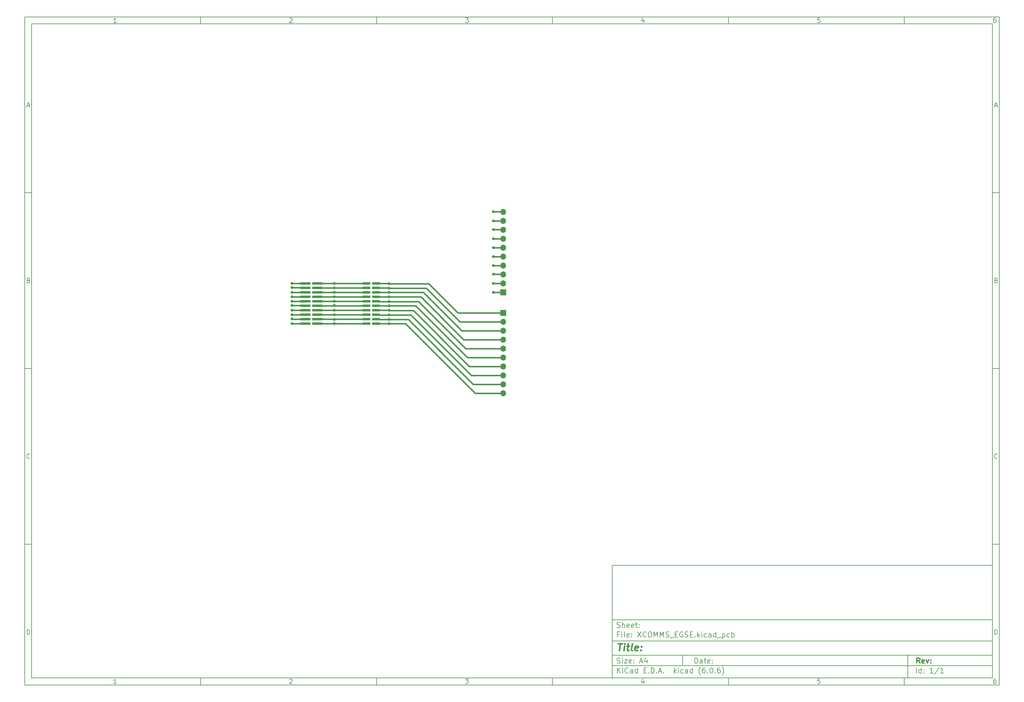
<source format=gbr>
%TF.GenerationSoftware,KiCad,Pcbnew,(6.0.6)*%
%TF.CreationDate,2022-07-08T12:35:32+02:00*%
%TF.ProjectId,XCOMMS_EGSE,58434f4d-4d53-45f4-9547-53452e6b6963,rev?*%
%TF.SameCoordinates,Original*%
%TF.FileFunction,Copper,L1,Top*%
%TF.FilePolarity,Positive*%
%FSLAX46Y46*%
G04 Gerber Fmt 4.6, Leading zero omitted, Abs format (unit mm)*
G04 Created by KiCad (PCBNEW (6.0.6)) date 2022-07-08 12:35:32*
%MOMM*%
%LPD*%
G01*
G04 APERTURE LIST*
%ADD10C,0.100000*%
%ADD11C,0.150000*%
%ADD12C,0.300000*%
%ADD13C,0.400000*%
%TA.AperFunction,ComponentPad*%
%ADD14R,1.700000X1.700000*%
%TD*%
%TA.AperFunction,ComponentPad*%
%ADD15O,1.700000X1.700000*%
%TD*%
%TA.AperFunction,SMDPad,CuDef*%
%ADD16R,2.920000X0.650000*%
%TD*%
%TA.AperFunction,SMDPad,CuDef*%
%ADD17R,2.220000X0.740000*%
%TD*%
%TA.AperFunction,ViaPad*%
%ADD18C,0.800000*%
%TD*%
%TA.AperFunction,Conductor*%
%ADD19C,0.400000*%
%TD*%
G04 APERTURE END LIST*
D10*
D11*
X177002200Y-166007200D02*
X177002200Y-198007200D01*
X285002200Y-198007200D01*
X285002200Y-166007200D01*
X177002200Y-166007200D01*
D10*
D11*
X10000000Y-10000000D02*
X10000000Y-200007200D01*
X287002200Y-200007200D01*
X287002200Y-10000000D01*
X10000000Y-10000000D01*
D10*
D11*
X12000000Y-12000000D02*
X12000000Y-198007200D01*
X285002200Y-198007200D01*
X285002200Y-12000000D01*
X12000000Y-12000000D01*
D10*
D11*
X60000000Y-12000000D02*
X60000000Y-10000000D01*
D10*
D11*
X110000000Y-12000000D02*
X110000000Y-10000000D01*
D10*
D11*
X160000000Y-12000000D02*
X160000000Y-10000000D01*
D10*
D11*
X210000000Y-12000000D02*
X210000000Y-10000000D01*
D10*
D11*
X260000000Y-12000000D02*
X260000000Y-10000000D01*
D10*
D11*
X36065476Y-11588095D02*
X35322619Y-11588095D01*
X35694047Y-11588095D02*
X35694047Y-10288095D01*
X35570238Y-10473809D01*
X35446428Y-10597619D01*
X35322619Y-10659523D01*
D10*
D11*
X85322619Y-10411904D02*
X85384523Y-10350000D01*
X85508333Y-10288095D01*
X85817857Y-10288095D01*
X85941666Y-10350000D01*
X86003571Y-10411904D01*
X86065476Y-10535714D01*
X86065476Y-10659523D01*
X86003571Y-10845238D01*
X85260714Y-11588095D01*
X86065476Y-11588095D01*
D10*
D11*
X135260714Y-10288095D02*
X136065476Y-10288095D01*
X135632142Y-10783333D01*
X135817857Y-10783333D01*
X135941666Y-10845238D01*
X136003571Y-10907142D01*
X136065476Y-11030952D01*
X136065476Y-11340476D01*
X136003571Y-11464285D01*
X135941666Y-11526190D01*
X135817857Y-11588095D01*
X135446428Y-11588095D01*
X135322619Y-11526190D01*
X135260714Y-11464285D01*
D10*
D11*
X185941666Y-10721428D02*
X185941666Y-11588095D01*
X185632142Y-10226190D02*
X185322619Y-11154761D01*
X186127380Y-11154761D01*
D10*
D11*
X236003571Y-10288095D02*
X235384523Y-10288095D01*
X235322619Y-10907142D01*
X235384523Y-10845238D01*
X235508333Y-10783333D01*
X235817857Y-10783333D01*
X235941666Y-10845238D01*
X236003571Y-10907142D01*
X236065476Y-11030952D01*
X236065476Y-11340476D01*
X236003571Y-11464285D01*
X235941666Y-11526190D01*
X235817857Y-11588095D01*
X235508333Y-11588095D01*
X235384523Y-11526190D01*
X235322619Y-11464285D01*
D10*
D11*
X285941666Y-10288095D02*
X285694047Y-10288095D01*
X285570238Y-10350000D01*
X285508333Y-10411904D01*
X285384523Y-10597619D01*
X285322619Y-10845238D01*
X285322619Y-11340476D01*
X285384523Y-11464285D01*
X285446428Y-11526190D01*
X285570238Y-11588095D01*
X285817857Y-11588095D01*
X285941666Y-11526190D01*
X286003571Y-11464285D01*
X286065476Y-11340476D01*
X286065476Y-11030952D01*
X286003571Y-10907142D01*
X285941666Y-10845238D01*
X285817857Y-10783333D01*
X285570238Y-10783333D01*
X285446428Y-10845238D01*
X285384523Y-10907142D01*
X285322619Y-11030952D01*
D10*
D11*
X60000000Y-198007200D02*
X60000000Y-200007200D01*
D10*
D11*
X110000000Y-198007200D02*
X110000000Y-200007200D01*
D10*
D11*
X160000000Y-198007200D02*
X160000000Y-200007200D01*
D10*
D11*
X210000000Y-198007200D02*
X210000000Y-200007200D01*
D10*
D11*
X260000000Y-198007200D02*
X260000000Y-200007200D01*
D10*
D11*
X36065476Y-199595295D02*
X35322619Y-199595295D01*
X35694047Y-199595295D02*
X35694047Y-198295295D01*
X35570238Y-198481009D01*
X35446428Y-198604819D01*
X35322619Y-198666723D01*
D10*
D11*
X85322619Y-198419104D02*
X85384523Y-198357200D01*
X85508333Y-198295295D01*
X85817857Y-198295295D01*
X85941666Y-198357200D01*
X86003571Y-198419104D01*
X86065476Y-198542914D01*
X86065476Y-198666723D01*
X86003571Y-198852438D01*
X85260714Y-199595295D01*
X86065476Y-199595295D01*
D10*
D11*
X135260714Y-198295295D02*
X136065476Y-198295295D01*
X135632142Y-198790533D01*
X135817857Y-198790533D01*
X135941666Y-198852438D01*
X136003571Y-198914342D01*
X136065476Y-199038152D01*
X136065476Y-199347676D01*
X136003571Y-199471485D01*
X135941666Y-199533390D01*
X135817857Y-199595295D01*
X135446428Y-199595295D01*
X135322619Y-199533390D01*
X135260714Y-199471485D01*
D10*
D11*
X185941666Y-198728628D02*
X185941666Y-199595295D01*
X185632142Y-198233390D02*
X185322619Y-199161961D01*
X186127380Y-199161961D01*
D10*
D11*
X236003571Y-198295295D02*
X235384523Y-198295295D01*
X235322619Y-198914342D01*
X235384523Y-198852438D01*
X235508333Y-198790533D01*
X235817857Y-198790533D01*
X235941666Y-198852438D01*
X236003571Y-198914342D01*
X236065476Y-199038152D01*
X236065476Y-199347676D01*
X236003571Y-199471485D01*
X235941666Y-199533390D01*
X235817857Y-199595295D01*
X235508333Y-199595295D01*
X235384523Y-199533390D01*
X235322619Y-199471485D01*
D10*
D11*
X285941666Y-198295295D02*
X285694047Y-198295295D01*
X285570238Y-198357200D01*
X285508333Y-198419104D01*
X285384523Y-198604819D01*
X285322619Y-198852438D01*
X285322619Y-199347676D01*
X285384523Y-199471485D01*
X285446428Y-199533390D01*
X285570238Y-199595295D01*
X285817857Y-199595295D01*
X285941666Y-199533390D01*
X286003571Y-199471485D01*
X286065476Y-199347676D01*
X286065476Y-199038152D01*
X286003571Y-198914342D01*
X285941666Y-198852438D01*
X285817857Y-198790533D01*
X285570238Y-198790533D01*
X285446428Y-198852438D01*
X285384523Y-198914342D01*
X285322619Y-199038152D01*
D10*
D11*
X10000000Y-60000000D02*
X12000000Y-60000000D01*
D10*
D11*
X10000000Y-110000000D02*
X12000000Y-110000000D01*
D10*
D11*
X10000000Y-160000000D02*
X12000000Y-160000000D01*
D10*
D11*
X10690476Y-35216666D02*
X11309523Y-35216666D01*
X10566666Y-35588095D02*
X11000000Y-34288095D01*
X11433333Y-35588095D01*
D10*
D11*
X11092857Y-84907142D02*
X11278571Y-84969047D01*
X11340476Y-85030952D01*
X11402380Y-85154761D01*
X11402380Y-85340476D01*
X11340476Y-85464285D01*
X11278571Y-85526190D01*
X11154761Y-85588095D01*
X10659523Y-85588095D01*
X10659523Y-84288095D01*
X11092857Y-84288095D01*
X11216666Y-84350000D01*
X11278571Y-84411904D01*
X11340476Y-84535714D01*
X11340476Y-84659523D01*
X11278571Y-84783333D01*
X11216666Y-84845238D01*
X11092857Y-84907142D01*
X10659523Y-84907142D01*
D10*
D11*
X11402380Y-135464285D02*
X11340476Y-135526190D01*
X11154761Y-135588095D01*
X11030952Y-135588095D01*
X10845238Y-135526190D01*
X10721428Y-135402380D01*
X10659523Y-135278571D01*
X10597619Y-135030952D01*
X10597619Y-134845238D01*
X10659523Y-134597619D01*
X10721428Y-134473809D01*
X10845238Y-134350000D01*
X11030952Y-134288095D01*
X11154761Y-134288095D01*
X11340476Y-134350000D01*
X11402380Y-134411904D01*
D10*
D11*
X10659523Y-185588095D02*
X10659523Y-184288095D01*
X10969047Y-184288095D01*
X11154761Y-184350000D01*
X11278571Y-184473809D01*
X11340476Y-184597619D01*
X11402380Y-184845238D01*
X11402380Y-185030952D01*
X11340476Y-185278571D01*
X11278571Y-185402380D01*
X11154761Y-185526190D01*
X10969047Y-185588095D01*
X10659523Y-185588095D01*
D10*
D11*
X287002200Y-60000000D02*
X285002200Y-60000000D01*
D10*
D11*
X287002200Y-110000000D02*
X285002200Y-110000000D01*
D10*
D11*
X287002200Y-160000000D02*
X285002200Y-160000000D01*
D10*
D11*
X285692676Y-35216666D02*
X286311723Y-35216666D01*
X285568866Y-35588095D02*
X286002200Y-34288095D01*
X286435533Y-35588095D01*
D10*
D11*
X286095057Y-84907142D02*
X286280771Y-84969047D01*
X286342676Y-85030952D01*
X286404580Y-85154761D01*
X286404580Y-85340476D01*
X286342676Y-85464285D01*
X286280771Y-85526190D01*
X286156961Y-85588095D01*
X285661723Y-85588095D01*
X285661723Y-84288095D01*
X286095057Y-84288095D01*
X286218866Y-84350000D01*
X286280771Y-84411904D01*
X286342676Y-84535714D01*
X286342676Y-84659523D01*
X286280771Y-84783333D01*
X286218866Y-84845238D01*
X286095057Y-84907142D01*
X285661723Y-84907142D01*
D10*
D11*
X286404580Y-135464285D02*
X286342676Y-135526190D01*
X286156961Y-135588095D01*
X286033152Y-135588095D01*
X285847438Y-135526190D01*
X285723628Y-135402380D01*
X285661723Y-135278571D01*
X285599819Y-135030952D01*
X285599819Y-134845238D01*
X285661723Y-134597619D01*
X285723628Y-134473809D01*
X285847438Y-134350000D01*
X286033152Y-134288095D01*
X286156961Y-134288095D01*
X286342676Y-134350000D01*
X286404580Y-134411904D01*
D10*
D11*
X285661723Y-185588095D02*
X285661723Y-184288095D01*
X285971247Y-184288095D01*
X286156961Y-184350000D01*
X286280771Y-184473809D01*
X286342676Y-184597619D01*
X286404580Y-184845238D01*
X286404580Y-185030952D01*
X286342676Y-185278571D01*
X286280771Y-185402380D01*
X286156961Y-185526190D01*
X285971247Y-185588095D01*
X285661723Y-185588095D01*
D10*
D11*
X200434342Y-193785771D02*
X200434342Y-192285771D01*
X200791485Y-192285771D01*
X201005771Y-192357200D01*
X201148628Y-192500057D01*
X201220057Y-192642914D01*
X201291485Y-192928628D01*
X201291485Y-193142914D01*
X201220057Y-193428628D01*
X201148628Y-193571485D01*
X201005771Y-193714342D01*
X200791485Y-193785771D01*
X200434342Y-193785771D01*
X202577200Y-193785771D02*
X202577200Y-193000057D01*
X202505771Y-192857200D01*
X202362914Y-192785771D01*
X202077200Y-192785771D01*
X201934342Y-192857200D01*
X202577200Y-193714342D02*
X202434342Y-193785771D01*
X202077200Y-193785771D01*
X201934342Y-193714342D01*
X201862914Y-193571485D01*
X201862914Y-193428628D01*
X201934342Y-193285771D01*
X202077200Y-193214342D01*
X202434342Y-193214342D01*
X202577200Y-193142914D01*
X203077200Y-192785771D02*
X203648628Y-192785771D01*
X203291485Y-192285771D02*
X203291485Y-193571485D01*
X203362914Y-193714342D01*
X203505771Y-193785771D01*
X203648628Y-193785771D01*
X204720057Y-193714342D02*
X204577200Y-193785771D01*
X204291485Y-193785771D01*
X204148628Y-193714342D01*
X204077200Y-193571485D01*
X204077200Y-193000057D01*
X204148628Y-192857200D01*
X204291485Y-192785771D01*
X204577200Y-192785771D01*
X204720057Y-192857200D01*
X204791485Y-193000057D01*
X204791485Y-193142914D01*
X204077200Y-193285771D01*
X205434342Y-193642914D02*
X205505771Y-193714342D01*
X205434342Y-193785771D01*
X205362914Y-193714342D01*
X205434342Y-193642914D01*
X205434342Y-193785771D01*
X205434342Y-192857200D02*
X205505771Y-192928628D01*
X205434342Y-193000057D01*
X205362914Y-192928628D01*
X205434342Y-192857200D01*
X205434342Y-193000057D01*
D10*
D11*
X177002200Y-194507200D02*
X285002200Y-194507200D01*
D10*
D11*
X178434342Y-196585771D02*
X178434342Y-195085771D01*
X179291485Y-196585771D02*
X178648628Y-195728628D01*
X179291485Y-195085771D02*
X178434342Y-195942914D01*
X179934342Y-196585771D02*
X179934342Y-195585771D01*
X179934342Y-195085771D02*
X179862914Y-195157200D01*
X179934342Y-195228628D01*
X180005771Y-195157200D01*
X179934342Y-195085771D01*
X179934342Y-195228628D01*
X181505771Y-196442914D02*
X181434342Y-196514342D01*
X181220057Y-196585771D01*
X181077200Y-196585771D01*
X180862914Y-196514342D01*
X180720057Y-196371485D01*
X180648628Y-196228628D01*
X180577200Y-195942914D01*
X180577200Y-195728628D01*
X180648628Y-195442914D01*
X180720057Y-195300057D01*
X180862914Y-195157200D01*
X181077200Y-195085771D01*
X181220057Y-195085771D01*
X181434342Y-195157200D01*
X181505771Y-195228628D01*
X182791485Y-196585771D02*
X182791485Y-195800057D01*
X182720057Y-195657200D01*
X182577200Y-195585771D01*
X182291485Y-195585771D01*
X182148628Y-195657200D01*
X182791485Y-196514342D02*
X182648628Y-196585771D01*
X182291485Y-196585771D01*
X182148628Y-196514342D01*
X182077200Y-196371485D01*
X182077200Y-196228628D01*
X182148628Y-196085771D01*
X182291485Y-196014342D01*
X182648628Y-196014342D01*
X182791485Y-195942914D01*
X184148628Y-196585771D02*
X184148628Y-195085771D01*
X184148628Y-196514342D02*
X184005771Y-196585771D01*
X183720057Y-196585771D01*
X183577200Y-196514342D01*
X183505771Y-196442914D01*
X183434342Y-196300057D01*
X183434342Y-195871485D01*
X183505771Y-195728628D01*
X183577200Y-195657200D01*
X183720057Y-195585771D01*
X184005771Y-195585771D01*
X184148628Y-195657200D01*
X186005771Y-195800057D02*
X186505771Y-195800057D01*
X186720057Y-196585771D02*
X186005771Y-196585771D01*
X186005771Y-195085771D01*
X186720057Y-195085771D01*
X187362914Y-196442914D02*
X187434342Y-196514342D01*
X187362914Y-196585771D01*
X187291485Y-196514342D01*
X187362914Y-196442914D01*
X187362914Y-196585771D01*
X188077200Y-196585771D02*
X188077200Y-195085771D01*
X188434342Y-195085771D01*
X188648628Y-195157200D01*
X188791485Y-195300057D01*
X188862914Y-195442914D01*
X188934342Y-195728628D01*
X188934342Y-195942914D01*
X188862914Y-196228628D01*
X188791485Y-196371485D01*
X188648628Y-196514342D01*
X188434342Y-196585771D01*
X188077200Y-196585771D01*
X189577200Y-196442914D02*
X189648628Y-196514342D01*
X189577200Y-196585771D01*
X189505771Y-196514342D01*
X189577200Y-196442914D01*
X189577200Y-196585771D01*
X190220057Y-196157200D02*
X190934342Y-196157200D01*
X190077200Y-196585771D02*
X190577200Y-195085771D01*
X191077200Y-196585771D01*
X191577200Y-196442914D02*
X191648628Y-196514342D01*
X191577200Y-196585771D01*
X191505771Y-196514342D01*
X191577200Y-196442914D01*
X191577200Y-196585771D01*
X194577200Y-196585771D02*
X194577200Y-195085771D01*
X194720057Y-196014342D02*
X195148628Y-196585771D01*
X195148628Y-195585771D02*
X194577200Y-196157200D01*
X195791485Y-196585771D02*
X195791485Y-195585771D01*
X195791485Y-195085771D02*
X195720057Y-195157200D01*
X195791485Y-195228628D01*
X195862914Y-195157200D01*
X195791485Y-195085771D01*
X195791485Y-195228628D01*
X197148628Y-196514342D02*
X197005771Y-196585771D01*
X196720057Y-196585771D01*
X196577200Y-196514342D01*
X196505771Y-196442914D01*
X196434342Y-196300057D01*
X196434342Y-195871485D01*
X196505771Y-195728628D01*
X196577200Y-195657200D01*
X196720057Y-195585771D01*
X197005771Y-195585771D01*
X197148628Y-195657200D01*
X198434342Y-196585771D02*
X198434342Y-195800057D01*
X198362914Y-195657200D01*
X198220057Y-195585771D01*
X197934342Y-195585771D01*
X197791485Y-195657200D01*
X198434342Y-196514342D02*
X198291485Y-196585771D01*
X197934342Y-196585771D01*
X197791485Y-196514342D01*
X197720057Y-196371485D01*
X197720057Y-196228628D01*
X197791485Y-196085771D01*
X197934342Y-196014342D01*
X198291485Y-196014342D01*
X198434342Y-195942914D01*
X199791485Y-196585771D02*
X199791485Y-195085771D01*
X199791485Y-196514342D02*
X199648628Y-196585771D01*
X199362914Y-196585771D01*
X199220057Y-196514342D01*
X199148628Y-196442914D01*
X199077200Y-196300057D01*
X199077200Y-195871485D01*
X199148628Y-195728628D01*
X199220057Y-195657200D01*
X199362914Y-195585771D01*
X199648628Y-195585771D01*
X199791485Y-195657200D01*
X202077200Y-197157200D02*
X202005771Y-197085771D01*
X201862914Y-196871485D01*
X201791485Y-196728628D01*
X201720057Y-196514342D01*
X201648628Y-196157200D01*
X201648628Y-195871485D01*
X201720057Y-195514342D01*
X201791485Y-195300057D01*
X201862914Y-195157200D01*
X202005771Y-194942914D01*
X202077200Y-194871485D01*
X203291485Y-195085771D02*
X203005771Y-195085771D01*
X202862914Y-195157200D01*
X202791485Y-195228628D01*
X202648628Y-195442914D01*
X202577200Y-195728628D01*
X202577200Y-196300057D01*
X202648628Y-196442914D01*
X202720057Y-196514342D01*
X202862914Y-196585771D01*
X203148628Y-196585771D01*
X203291485Y-196514342D01*
X203362914Y-196442914D01*
X203434342Y-196300057D01*
X203434342Y-195942914D01*
X203362914Y-195800057D01*
X203291485Y-195728628D01*
X203148628Y-195657200D01*
X202862914Y-195657200D01*
X202720057Y-195728628D01*
X202648628Y-195800057D01*
X202577200Y-195942914D01*
X204077200Y-196442914D02*
X204148628Y-196514342D01*
X204077200Y-196585771D01*
X204005771Y-196514342D01*
X204077200Y-196442914D01*
X204077200Y-196585771D01*
X205077200Y-195085771D02*
X205220057Y-195085771D01*
X205362914Y-195157200D01*
X205434342Y-195228628D01*
X205505771Y-195371485D01*
X205577200Y-195657200D01*
X205577200Y-196014342D01*
X205505771Y-196300057D01*
X205434342Y-196442914D01*
X205362914Y-196514342D01*
X205220057Y-196585771D01*
X205077200Y-196585771D01*
X204934342Y-196514342D01*
X204862914Y-196442914D01*
X204791485Y-196300057D01*
X204720057Y-196014342D01*
X204720057Y-195657200D01*
X204791485Y-195371485D01*
X204862914Y-195228628D01*
X204934342Y-195157200D01*
X205077200Y-195085771D01*
X206220057Y-196442914D02*
X206291485Y-196514342D01*
X206220057Y-196585771D01*
X206148628Y-196514342D01*
X206220057Y-196442914D01*
X206220057Y-196585771D01*
X207577200Y-195085771D02*
X207291485Y-195085771D01*
X207148628Y-195157200D01*
X207077200Y-195228628D01*
X206934342Y-195442914D01*
X206862914Y-195728628D01*
X206862914Y-196300057D01*
X206934342Y-196442914D01*
X207005771Y-196514342D01*
X207148628Y-196585771D01*
X207434342Y-196585771D01*
X207577200Y-196514342D01*
X207648628Y-196442914D01*
X207720057Y-196300057D01*
X207720057Y-195942914D01*
X207648628Y-195800057D01*
X207577200Y-195728628D01*
X207434342Y-195657200D01*
X207148628Y-195657200D01*
X207005771Y-195728628D01*
X206934342Y-195800057D01*
X206862914Y-195942914D01*
X208220057Y-197157200D02*
X208291485Y-197085771D01*
X208434342Y-196871485D01*
X208505771Y-196728628D01*
X208577200Y-196514342D01*
X208648628Y-196157200D01*
X208648628Y-195871485D01*
X208577200Y-195514342D01*
X208505771Y-195300057D01*
X208434342Y-195157200D01*
X208291485Y-194942914D01*
X208220057Y-194871485D01*
D10*
D11*
X177002200Y-191507200D02*
X285002200Y-191507200D01*
D10*
D12*
X264411485Y-193785771D02*
X263911485Y-193071485D01*
X263554342Y-193785771D02*
X263554342Y-192285771D01*
X264125771Y-192285771D01*
X264268628Y-192357200D01*
X264340057Y-192428628D01*
X264411485Y-192571485D01*
X264411485Y-192785771D01*
X264340057Y-192928628D01*
X264268628Y-193000057D01*
X264125771Y-193071485D01*
X263554342Y-193071485D01*
X265625771Y-193714342D02*
X265482914Y-193785771D01*
X265197200Y-193785771D01*
X265054342Y-193714342D01*
X264982914Y-193571485D01*
X264982914Y-193000057D01*
X265054342Y-192857200D01*
X265197200Y-192785771D01*
X265482914Y-192785771D01*
X265625771Y-192857200D01*
X265697200Y-193000057D01*
X265697200Y-193142914D01*
X264982914Y-193285771D01*
X266197200Y-192785771D02*
X266554342Y-193785771D01*
X266911485Y-192785771D01*
X267482914Y-193642914D02*
X267554342Y-193714342D01*
X267482914Y-193785771D01*
X267411485Y-193714342D01*
X267482914Y-193642914D01*
X267482914Y-193785771D01*
X267482914Y-192857200D02*
X267554342Y-192928628D01*
X267482914Y-193000057D01*
X267411485Y-192928628D01*
X267482914Y-192857200D01*
X267482914Y-193000057D01*
D10*
D11*
X178362914Y-193714342D02*
X178577200Y-193785771D01*
X178934342Y-193785771D01*
X179077200Y-193714342D01*
X179148628Y-193642914D01*
X179220057Y-193500057D01*
X179220057Y-193357200D01*
X179148628Y-193214342D01*
X179077200Y-193142914D01*
X178934342Y-193071485D01*
X178648628Y-193000057D01*
X178505771Y-192928628D01*
X178434342Y-192857200D01*
X178362914Y-192714342D01*
X178362914Y-192571485D01*
X178434342Y-192428628D01*
X178505771Y-192357200D01*
X178648628Y-192285771D01*
X179005771Y-192285771D01*
X179220057Y-192357200D01*
X179862914Y-193785771D02*
X179862914Y-192785771D01*
X179862914Y-192285771D02*
X179791485Y-192357200D01*
X179862914Y-192428628D01*
X179934342Y-192357200D01*
X179862914Y-192285771D01*
X179862914Y-192428628D01*
X180434342Y-192785771D02*
X181220057Y-192785771D01*
X180434342Y-193785771D01*
X181220057Y-193785771D01*
X182362914Y-193714342D02*
X182220057Y-193785771D01*
X181934342Y-193785771D01*
X181791485Y-193714342D01*
X181720057Y-193571485D01*
X181720057Y-193000057D01*
X181791485Y-192857200D01*
X181934342Y-192785771D01*
X182220057Y-192785771D01*
X182362914Y-192857200D01*
X182434342Y-193000057D01*
X182434342Y-193142914D01*
X181720057Y-193285771D01*
X183077200Y-193642914D02*
X183148628Y-193714342D01*
X183077200Y-193785771D01*
X183005771Y-193714342D01*
X183077200Y-193642914D01*
X183077200Y-193785771D01*
X183077200Y-192857200D02*
X183148628Y-192928628D01*
X183077200Y-193000057D01*
X183005771Y-192928628D01*
X183077200Y-192857200D01*
X183077200Y-193000057D01*
X184862914Y-193357200D02*
X185577200Y-193357200D01*
X184720057Y-193785771D02*
X185220057Y-192285771D01*
X185720057Y-193785771D01*
X186862914Y-192785771D02*
X186862914Y-193785771D01*
X186505771Y-192214342D02*
X186148628Y-193285771D01*
X187077200Y-193285771D01*
D10*
D11*
X263434342Y-196585771D02*
X263434342Y-195085771D01*
X264791485Y-196585771D02*
X264791485Y-195085771D01*
X264791485Y-196514342D02*
X264648628Y-196585771D01*
X264362914Y-196585771D01*
X264220057Y-196514342D01*
X264148628Y-196442914D01*
X264077200Y-196300057D01*
X264077200Y-195871485D01*
X264148628Y-195728628D01*
X264220057Y-195657200D01*
X264362914Y-195585771D01*
X264648628Y-195585771D01*
X264791485Y-195657200D01*
X265505771Y-196442914D02*
X265577200Y-196514342D01*
X265505771Y-196585771D01*
X265434342Y-196514342D01*
X265505771Y-196442914D01*
X265505771Y-196585771D01*
X265505771Y-195657200D02*
X265577200Y-195728628D01*
X265505771Y-195800057D01*
X265434342Y-195728628D01*
X265505771Y-195657200D01*
X265505771Y-195800057D01*
X268148628Y-196585771D02*
X267291485Y-196585771D01*
X267720057Y-196585771D02*
X267720057Y-195085771D01*
X267577200Y-195300057D01*
X267434342Y-195442914D01*
X267291485Y-195514342D01*
X269862914Y-195014342D02*
X268577200Y-196942914D01*
X271148628Y-196585771D02*
X270291485Y-196585771D01*
X270720057Y-196585771D02*
X270720057Y-195085771D01*
X270577200Y-195300057D01*
X270434342Y-195442914D01*
X270291485Y-195514342D01*
D10*
D11*
X177002200Y-187507200D02*
X285002200Y-187507200D01*
D10*
D13*
X178714580Y-188211961D02*
X179857438Y-188211961D01*
X179036009Y-190211961D02*
X179286009Y-188211961D01*
X180274104Y-190211961D02*
X180440771Y-188878628D01*
X180524104Y-188211961D02*
X180416961Y-188307200D01*
X180500295Y-188402438D01*
X180607438Y-188307200D01*
X180524104Y-188211961D01*
X180500295Y-188402438D01*
X181107438Y-188878628D02*
X181869342Y-188878628D01*
X181476485Y-188211961D02*
X181262200Y-189926247D01*
X181333628Y-190116723D01*
X181512200Y-190211961D01*
X181702676Y-190211961D01*
X182655057Y-190211961D02*
X182476485Y-190116723D01*
X182405057Y-189926247D01*
X182619342Y-188211961D01*
X184190771Y-190116723D02*
X183988390Y-190211961D01*
X183607438Y-190211961D01*
X183428866Y-190116723D01*
X183357438Y-189926247D01*
X183452676Y-189164342D01*
X183571723Y-188973866D01*
X183774104Y-188878628D01*
X184155057Y-188878628D01*
X184333628Y-188973866D01*
X184405057Y-189164342D01*
X184381247Y-189354819D01*
X183405057Y-189545295D01*
X185155057Y-190021485D02*
X185238390Y-190116723D01*
X185131247Y-190211961D01*
X185047914Y-190116723D01*
X185155057Y-190021485D01*
X185131247Y-190211961D01*
X185286009Y-188973866D02*
X185369342Y-189069104D01*
X185262200Y-189164342D01*
X185178866Y-189069104D01*
X185286009Y-188973866D01*
X185262200Y-189164342D01*
D10*
D11*
X178934342Y-185600057D02*
X178434342Y-185600057D01*
X178434342Y-186385771D02*
X178434342Y-184885771D01*
X179148628Y-184885771D01*
X179720057Y-186385771D02*
X179720057Y-185385771D01*
X179720057Y-184885771D02*
X179648628Y-184957200D01*
X179720057Y-185028628D01*
X179791485Y-184957200D01*
X179720057Y-184885771D01*
X179720057Y-185028628D01*
X180648628Y-186385771D02*
X180505771Y-186314342D01*
X180434342Y-186171485D01*
X180434342Y-184885771D01*
X181791485Y-186314342D02*
X181648628Y-186385771D01*
X181362914Y-186385771D01*
X181220057Y-186314342D01*
X181148628Y-186171485D01*
X181148628Y-185600057D01*
X181220057Y-185457200D01*
X181362914Y-185385771D01*
X181648628Y-185385771D01*
X181791485Y-185457200D01*
X181862914Y-185600057D01*
X181862914Y-185742914D01*
X181148628Y-185885771D01*
X182505771Y-186242914D02*
X182577200Y-186314342D01*
X182505771Y-186385771D01*
X182434342Y-186314342D01*
X182505771Y-186242914D01*
X182505771Y-186385771D01*
X182505771Y-185457200D02*
X182577200Y-185528628D01*
X182505771Y-185600057D01*
X182434342Y-185528628D01*
X182505771Y-185457200D01*
X182505771Y-185600057D01*
X184220057Y-184885771D02*
X185220057Y-186385771D01*
X185220057Y-184885771D02*
X184220057Y-186385771D01*
X186648628Y-186242914D02*
X186577200Y-186314342D01*
X186362914Y-186385771D01*
X186220057Y-186385771D01*
X186005771Y-186314342D01*
X185862914Y-186171485D01*
X185791485Y-186028628D01*
X185720057Y-185742914D01*
X185720057Y-185528628D01*
X185791485Y-185242914D01*
X185862914Y-185100057D01*
X186005771Y-184957200D01*
X186220057Y-184885771D01*
X186362914Y-184885771D01*
X186577200Y-184957200D01*
X186648628Y-185028628D01*
X187577200Y-184885771D02*
X187862914Y-184885771D01*
X188005771Y-184957200D01*
X188148628Y-185100057D01*
X188220057Y-185385771D01*
X188220057Y-185885771D01*
X188148628Y-186171485D01*
X188005771Y-186314342D01*
X187862914Y-186385771D01*
X187577200Y-186385771D01*
X187434342Y-186314342D01*
X187291485Y-186171485D01*
X187220057Y-185885771D01*
X187220057Y-185385771D01*
X187291485Y-185100057D01*
X187434342Y-184957200D01*
X187577200Y-184885771D01*
X188862914Y-186385771D02*
X188862914Y-184885771D01*
X189362914Y-185957200D01*
X189862914Y-184885771D01*
X189862914Y-186385771D01*
X190577200Y-186385771D02*
X190577200Y-184885771D01*
X191077200Y-185957200D01*
X191577200Y-184885771D01*
X191577200Y-186385771D01*
X192220057Y-186314342D02*
X192434342Y-186385771D01*
X192791485Y-186385771D01*
X192934342Y-186314342D01*
X193005771Y-186242914D01*
X193077200Y-186100057D01*
X193077200Y-185957200D01*
X193005771Y-185814342D01*
X192934342Y-185742914D01*
X192791485Y-185671485D01*
X192505771Y-185600057D01*
X192362914Y-185528628D01*
X192291485Y-185457200D01*
X192220057Y-185314342D01*
X192220057Y-185171485D01*
X192291485Y-185028628D01*
X192362914Y-184957200D01*
X192505771Y-184885771D01*
X192862914Y-184885771D01*
X193077200Y-184957200D01*
X193362914Y-186528628D02*
X194505771Y-186528628D01*
X194862914Y-185600057D02*
X195362914Y-185600057D01*
X195577200Y-186385771D02*
X194862914Y-186385771D01*
X194862914Y-184885771D01*
X195577200Y-184885771D01*
X197005771Y-184957200D02*
X196862914Y-184885771D01*
X196648628Y-184885771D01*
X196434342Y-184957200D01*
X196291485Y-185100057D01*
X196220057Y-185242914D01*
X196148628Y-185528628D01*
X196148628Y-185742914D01*
X196220057Y-186028628D01*
X196291485Y-186171485D01*
X196434342Y-186314342D01*
X196648628Y-186385771D01*
X196791485Y-186385771D01*
X197005771Y-186314342D01*
X197077200Y-186242914D01*
X197077200Y-185742914D01*
X196791485Y-185742914D01*
X197648628Y-186314342D02*
X197862914Y-186385771D01*
X198220057Y-186385771D01*
X198362914Y-186314342D01*
X198434342Y-186242914D01*
X198505771Y-186100057D01*
X198505771Y-185957200D01*
X198434342Y-185814342D01*
X198362914Y-185742914D01*
X198220057Y-185671485D01*
X197934342Y-185600057D01*
X197791485Y-185528628D01*
X197720057Y-185457200D01*
X197648628Y-185314342D01*
X197648628Y-185171485D01*
X197720057Y-185028628D01*
X197791485Y-184957200D01*
X197934342Y-184885771D01*
X198291485Y-184885771D01*
X198505771Y-184957200D01*
X199148628Y-185600057D02*
X199648628Y-185600057D01*
X199862914Y-186385771D02*
X199148628Y-186385771D01*
X199148628Y-184885771D01*
X199862914Y-184885771D01*
X200505771Y-186242914D02*
X200577200Y-186314342D01*
X200505771Y-186385771D01*
X200434342Y-186314342D01*
X200505771Y-186242914D01*
X200505771Y-186385771D01*
X201220057Y-186385771D02*
X201220057Y-184885771D01*
X201362914Y-185814342D02*
X201791485Y-186385771D01*
X201791485Y-185385771D02*
X201220057Y-185957200D01*
X202434342Y-186385771D02*
X202434342Y-185385771D01*
X202434342Y-184885771D02*
X202362914Y-184957200D01*
X202434342Y-185028628D01*
X202505771Y-184957200D01*
X202434342Y-184885771D01*
X202434342Y-185028628D01*
X203791485Y-186314342D02*
X203648628Y-186385771D01*
X203362914Y-186385771D01*
X203220057Y-186314342D01*
X203148628Y-186242914D01*
X203077200Y-186100057D01*
X203077200Y-185671485D01*
X203148628Y-185528628D01*
X203220057Y-185457200D01*
X203362914Y-185385771D01*
X203648628Y-185385771D01*
X203791485Y-185457200D01*
X205077200Y-186385771D02*
X205077200Y-185600057D01*
X205005771Y-185457200D01*
X204862914Y-185385771D01*
X204577200Y-185385771D01*
X204434342Y-185457200D01*
X205077200Y-186314342D02*
X204934342Y-186385771D01*
X204577200Y-186385771D01*
X204434342Y-186314342D01*
X204362914Y-186171485D01*
X204362914Y-186028628D01*
X204434342Y-185885771D01*
X204577200Y-185814342D01*
X204934342Y-185814342D01*
X205077200Y-185742914D01*
X206434342Y-186385771D02*
X206434342Y-184885771D01*
X206434342Y-186314342D02*
X206291485Y-186385771D01*
X206005771Y-186385771D01*
X205862914Y-186314342D01*
X205791485Y-186242914D01*
X205720057Y-186100057D01*
X205720057Y-185671485D01*
X205791485Y-185528628D01*
X205862914Y-185457200D01*
X206005771Y-185385771D01*
X206291485Y-185385771D01*
X206434342Y-185457200D01*
X206791485Y-186528628D02*
X207934342Y-186528628D01*
X208291485Y-185385771D02*
X208291485Y-186885771D01*
X208291485Y-185457200D02*
X208434342Y-185385771D01*
X208720057Y-185385771D01*
X208862914Y-185457200D01*
X208934342Y-185528628D01*
X209005771Y-185671485D01*
X209005771Y-186100057D01*
X208934342Y-186242914D01*
X208862914Y-186314342D01*
X208720057Y-186385771D01*
X208434342Y-186385771D01*
X208291485Y-186314342D01*
X210291485Y-186314342D02*
X210148628Y-186385771D01*
X209862914Y-186385771D01*
X209720057Y-186314342D01*
X209648628Y-186242914D01*
X209577200Y-186100057D01*
X209577200Y-185671485D01*
X209648628Y-185528628D01*
X209720057Y-185457200D01*
X209862914Y-185385771D01*
X210148628Y-185385771D01*
X210291485Y-185457200D01*
X210934342Y-186385771D02*
X210934342Y-184885771D01*
X210934342Y-185457200D02*
X211077200Y-185385771D01*
X211362914Y-185385771D01*
X211505771Y-185457200D01*
X211577200Y-185528628D01*
X211648628Y-185671485D01*
X211648628Y-186100057D01*
X211577200Y-186242914D01*
X211505771Y-186314342D01*
X211362914Y-186385771D01*
X211077200Y-186385771D01*
X210934342Y-186314342D01*
D10*
D11*
X177002200Y-181507200D02*
X285002200Y-181507200D01*
D10*
D11*
X178362914Y-183614342D02*
X178577200Y-183685771D01*
X178934342Y-183685771D01*
X179077200Y-183614342D01*
X179148628Y-183542914D01*
X179220057Y-183400057D01*
X179220057Y-183257200D01*
X179148628Y-183114342D01*
X179077200Y-183042914D01*
X178934342Y-182971485D01*
X178648628Y-182900057D01*
X178505771Y-182828628D01*
X178434342Y-182757200D01*
X178362914Y-182614342D01*
X178362914Y-182471485D01*
X178434342Y-182328628D01*
X178505771Y-182257200D01*
X178648628Y-182185771D01*
X179005771Y-182185771D01*
X179220057Y-182257200D01*
X179862914Y-183685771D02*
X179862914Y-182185771D01*
X180505771Y-183685771D02*
X180505771Y-182900057D01*
X180434342Y-182757200D01*
X180291485Y-182685771D01*
X180077200Y-182685771D01*
X179934342Y-182757200D01*
X179862914Y-182828628D01*
X181791485Y-183614342D02*
X181648628Y-183685771D01*
X181362914Y-183685771D01*
X181220057Y-183614342D01*
X181148628Y-183471485D01*
X181148628Y-182900057D01*
X181220057Y-182757200D01*
X181362914Y-182685771D01*
X181648628Y-182685771D01*
X181791485Y-182757200D01*
X181862914Y-182900057D01*
X181862914Y-183042914D01*
X181148628Y-183185771D01*
X183077200Y-183614342D02*
X182934342Y-183685771D01*
X182648628Y-183685771D01*
X182505771Y-183614342D01*
X182434342Y-183471485D01*
X182434342Y-182900057D01*
X182505771Y-182757200D01*
X182648628Y-182685771D01*
X182934342Y-182685771D01*
X183077200Y-182757200D01*
X183148628Y-182900057D01*
X183148628Y-183042914D01*
X182434342Y-183185771D01*
X183577200Y-182685771D02*
X184148628Y-182685771D01*
X183791485Y-182185771D02*
X183791485Y-183471485D01*
X183862914Y-183614342D01*
X184005771Y-183685771D01*
X184148628Y-183685771D01*
X184648628Y-183542914D02*
X184720057Y-183614342D01*
X184648628Y-183685771D01*
X184577200Y-183614342D01*
X184648628Y-183542914D01*
X184648628Y-183685771D01*
X184648628Y-182757200D02*
X184720057Y-182828628D01*
X184648628Y-182900057D01*
X184577200Y-182828628D01*
X184648628Y-182757200D01*
X184648628Y-182900057D01*
D10*
D12*
D10*
D11*
D10*
D11*
D10*
D11*
D10*
D11*
D10*
D11*
X197002200Y-191507200D02*
X197002200Y-194507200D01*
D10*
D11*
X261002200Y-191507200D02*
X261002200Y-198007200D01*
D14*
%TO.P,J3,1,Pin_1*%
%TO.N,Net-(J1-Pad20)*%
X146000000Y-94140000D03*
D15*
%TO.P,J3,2,Pin_2*%
%TO.N,Net-(J1-Pad18)*%
X146000000Y-96680000D03*
%TO.P,J3,3,Pin_3*%
%TO.N,Net-(J1-Pad16)*%
X146000000Y-99220000D03*
%TO.P,J3,4,Pin_4*%
%TO.N,Net-(J1-Pad14)*%
X146000000Y-101760000D03*
%TO.P,J3,5,Pin_5*%
%TO.N,Net-(J1-Pad12)*%
X146000000Y-104300000D03*
%TO.P,J3,6,Pin_6*%
%TO.N,Net-(J1-Pad10)*%
X146000000Y-106840000D03*
%TO.P,J3,7,Pin_7*%
%TO.N,Net-(J1-Pad08)*%
X146000000Y-109380000D03*
%TO.P,J3,8,Pin_8*%
%TO.N,Net-(J1-Pad06)*%
X146000000Y-111920000D03*
%TO.P,J3,9,Pin_9*%
%TO.N,Net-(J1-Pad04)*%
X146000000Y-114460000D03*
%TO.P,J3,10,Pin_10*%
%TO.N,Net-(J1-Pad02)*%
X146000000Y-117000000D03*
%TD*%
D16*
%TO.P,J1,01*%
%TO.N,Net-(J1-Pad01)*%
X93200000Y-97210000D03*
%TO.P,J1,02*%
%TO.N,Net-(J1-Pad02)*%
X89770000Y-97210000D03*
%TO.P,J1,03*%
%TO.N,Net-(J1-Pad03)*%
X93200000Y-95940000D03*
%TO.P,J1,04*%
%TO.N,Net-(J1-Pad04)*%
X89770000Y-95940000D03*
%TO.P,J1,05*%
%TO.N,Net-(J1-Pad05)*%
X93200000Y-94670000D03*
%TO.P,J1,06*%
%TO.N,Net-(J1-Pad06)*%
X89770000Y-94670000D03*
%TO.P,J1,07*%
%TO.N,Net-(J1-Pad07)*%
X93200000Y-93400000D03*
%TO.P,J1,08*%
%TO.N,Net-(J1-Pad08)*%
X89770000Y-93400000D03*
%TO.P,J1,09*%
%TO.N,Net-(J1-Pad09)*%
X93200000Y-92130000D03*
%TO.P,J1,10*%
%TO.N,Net-(J1-Pad10)*%
X89770000Y-92130000D03*
%TO.P,J1,11*%
%TO.N,Net-(J1-Pad11)*%
X93200000Y-90860000D03*
%TO.P,J1,12*%
%TO.N,Net-(J1-Pad12)*%
X89770000Y-90860000D03*
%TO.P,J1,13*%
%TO.N,Net-(J1-Pad13)*%
X93200000Y-89590000D03*
%TO.P,J1,14*%
%TO.N,Net-(J1-Pad14)*%
X89770000Y-89590000D03*
%TO.P,J1,15*%
%TO.N,Net-(J1-Pad15)*%
X93200000Y-88320000D03*
%TO.P,J1,16*%
%TO.N,Net-(J1-Pad16)*%
X89770000Y-88320000D03*
%TO.P,J1,17*%
%TO.N,Net-(J1-Pad17)*%
X93200000Y-87050000D03*
%TO.P,J1,18*%
%TO.N,Net-(J1-Pad18)*%
X89770000Y-87050000D03*
%TO.P,J1,19*%
%TO.N,Net-(J1-Pad19)*%
X93200000Y-85780000D03*
%TO.P,J1,20*%
%TO.N,Net-(J1-Pad20)*%
X89770000Y-85780000D03*
%TD*%
D17*
%TO.P,J5,01*%
%TO.N,Net-(J1-Pad01)*%
X107135000Y-97215000D03*
%TO.P,J5,02*%
%TO.N,Net-(J1-Pad02)*%
X109865000Y-97215000D03*
%TO.P,J5,03*%
%TO.N,Net-(J1-Pad03)*%
X107135000Y-95945000D03*
%TO.P,J5,04*%
%TO.N,Net-(J1-Pad04)*%
X109865000Y-95945000D03*
%TO.P,J5,05*%
%TO.N,Net-(J1-Pad05)*%
X107135000Y-94675000D03*
%TO.P,J5,06*%
%TO.N,Net-(J1-Pad06)*%
X109865000Y-94675000D03*
%TO.P,J5,07*%
%TO.N,Net-(J1-Pad07)*%
X107135000Y-93405000D03*
%TO.P,J5,08*%
%TO.N,Net-(J1-Pad08)*%
X109865000Y-93405000D03*
%TO.P,J5,09*%
%TO.N,Net-(J1-Pad09)*%
X107135000Y-92135000D03*
%TO.P,J5,10*%
%TO.N,Net-(J1-Pad10)*%
X109865000Y-92135000D03*
%TO.P,J5,11*%
%TO.N,Net-(J1-Pad11)*%
X107135000Y-90865000D03*
%TO.P,J5,12*%
%TO.N,Net-(J1-Pad12)*%
X109865000Y-90865000D03*
%TO.P,J5,13*%
%TO.N,Net-(J1-Pad13)*%
X107135000Y-89595000D03*
%TO.P,J5,14*%
%TO.N,Net-(J1-Pad14)*%
X109865000Y-89595000D03*
%TO.P,J5,15*%
%TO.N,Net-(J1-Pad15)*%
X107135000Y-88325000D03*
%TO.P,J5,16*%
%TO.N,Net-(J1-Pad16)*%
X109865000Y-88325000D03*
%TO.P,J5,17*%
%TO.N,Net-(J1-Pad17)*%
X107135000Y-87055000D03*
%TO.P,J5,18*%
%TO.N,Net-(J1-Pad18)*%
X109865000Y-87055000D03*
%TO.P,J5,19*%
%TO.N,Net-(J1-Pad19)*%
X107135000Y-85785000D03*
%TO.P,J5,20*%
%TO.N,Net-(J1-Pad20)*%
X109865000Y-85785000D03*
%TD*%
D14*
%TO.P,J2,1,Pin_1*%
%TO.N,Net-(J1-Pad01)*%
X146000000Y-88300000D03*
D15*
%TO.P,J2,2,Pin_2*%
%TO.N,Net-(J1-Pad03)*%
X146000000Y-85760000D03*
%TO.P,J2,3,Pin_3*%
%TO.N,Net-(J1-Pad05)*%
X146000000Y-83220000D03*
%TO.P,J2,4,Pin_4*%
%TO.N,Net-(J1-Pad07)*%
X146000000Y-80680000D03*
%TO.P,J2,5,Pin_5*%
%TO.N,Net-(J1-Pad09)*%
X146000000Y-78140000D03*
%TO.P,J2,6,Pin_6*%
%TO.N,Net-(J1-Pad11)*%
X146000000Y-75600000D03*
%TO.P,J2,7,Pin_7*%
%TO.N,Net-(J1-Pad13)*%
X146000000Y-73060000D03*
%TO.P,J2,8,Pin_8*%
%TO.N,Net-(J1-Pad15)*%
X146000000Y-70520000D03*
%TO.P,J2,9,Pin_9*%
%TO.N,Net-(J1-Pad17)*%
X146000000Y-67980000D03*
%TO.P,J2,10,Pin_10*%
%TO.N,Net-(J1-Pad19)*%
X146000000Y-65440000D03*
%TD*%
D18*
%TO.N,Net-(J1-Pad01)*%
X98000000Y-97200000D03*
X143200000Y-88300000D03*
%TO.N,Net-(J1-Pad02)*%
X113570000Y-97240000D03*
X86000000Y-97200000D03*
%TO.N,Net-(J1-Pad03)*%
X98000000Y-96000000D03*
X143200000Y-85800000D03*
%TO.N,Net-(J1-Pad04)*%
X113570000Y-96040000D03*
X86000000Y-95900000D03*
%TO.N,Net-(J1-Pad05)*%
X143200000Y-83200000D03*
X98000000Y-94700000D03*
%TO.N,Net-(J1-Pad06)*%
X113570000Y-94740000D03*
X86000000Y-94700000D03*
%TO.N,Net-(J1-Pad07)*%
X143200000Y-80700000D03*
X98000000Y-93400000D03*
%TO.N,Net-(J1-Pad08)*%
X86000000Y-93400000D03*
X113570000Y-93440000D03*
%TO.N,Net-(J1-Pad09)*%
X143200000Y-78200000D03*
X98000000Y-92100000D03*
%TO.N,Net-(J1-Pad10)*%
X86000000Y-92100000D03*
X113570000Y-92140000D03*
%TO.N,Net-(J1-Pad11)*%
X98000000Y-90900000D03*
X143200000Y-75600000D03*
%TO.N,Net-(J1-Pad12)*%
X113570000Y-90940000D03*
X86000000Y-90900000D03*
%TO.N,Net-(J1-Pad13)*%
X98000000Y-89600000D03*
X143200000Y-73100000D03*
%TO.N,Net-(J1-Pad14)*%
X113570000Y-89640000D03*
X86000000Y-89600000D03*
%TO.N,Net-(J1-Pad15)*%
X143200000Y-70500000D03*
X98000000Y-88300000D03*
%TO.N,Net-(J1-Pad16)*%
X113570000Y-88340000D03*
X86000000Y-88300000D03*
%TO.N,Net-(J1-Pad17)*%
X98000000Y-87100000D03*
X143200000Y-68000000D03*
%TO.N,Net-(J1-Pad18)*%
X113570000Y-87140000D03*
X86000000Y-87000000D03*
%TO.N,Net-(J1-Pad19)*%
X98000000Y-85800000D03*
X143200000Y-65400000D03*
%TO.N,Net-(J1-Pad20)*%
X113570000Y-85840000D03*
X86000000Y-85800000D03*
%TD*%
D19*
%TO.N,Net-(J1-Pad01)*%
X93205000Y-97215000D02*
X93200000Y-97210000D01*
X107135000Y-97215000D02*
X93205000Y-97215000D01*
X146000000Y-88300000D02*
X143200000Y-88300000D01*
X146040000Y-88340000D02*
X146000000Y-88300000D01*
%TO.N,Net-(J1-Pad02)*%
X89770000Y-97210000D02*
X86010000Y-97210000D01*
X113570000Y-97240000D02*
X118240000Y-97240000D01*
X118240000Y-97240000D02*
X138000000Y-117000000D01*
X113570000Y-97240000D02*
X109820000Y-97240000D01*
X109820000Y-97240000D02*
X109800000Y-97260000D01*
X86010000Y-97210000D02*
X86000000Y-97200000D01*
X138000000Y-117000000D02*
X146000000Y-117000000D01*
%TO.N,Net-(J1-Pad03)*%
X146080000Y-85840000D02*
X146000000Y-85760000D01*
X146000000Y-85760000D02*
X143240000Y-85760000D01*
X93200000Y-95940000D02*
X107130000Y-95940000D01*
X107130000Y-95940000D02*
X107135000Y-95945000D01*
X143240000Y-85760000D02*
X143200000Y-85800000D01*
%TO.N,Net-(J1-Pad04)*%
X86040000Y-95940000D02*
X86000000Y-95900000D01*
X89770000Y-95940000D02*
X86040000Y-95940000D01*
X119040000Y-96040000D02*
X137460000Y-114460000D01*
X113570000Y-96040000D02*
X119040000Y-96040000D01*
X109850000Y-96040000D02*
X109800000Y-95990000D01*
X137460000Y-114460000D02*
X146000000Y-114460000D01*
X113570000Y-96040000D02*
X109850000Y-96040000D01*
%TO.N,Net-(J1-Pad05)*%
X143200000Y-83200000D02*
X145980000Y-83200000D01*
X146020000Y-83240000D02*
X146000000Y-83220000D01*
X107135000Y-94675000D02*
X93205000Y-94675000D01*
X145980000Y-83200000D02*
X146000000Y-83220000D01*
X93205000Y-94675000D02*
X93200000Y-94670000D01*
%TO.N,Net-(J1-Pad06)*%
X109820000Y-94740000D02*
X109800000Y-94720000D01*
X146000000Y-111920000D02*
X136920000Y-111920000D01*
X136920000Y-111920000D02*
X119740000Y-94740000D01*
X86030000Y-94670000D02*
X86000000Y-94700000D01*
X119740000Y-94740000D02*
X113570000Y-94740000D01*
X113570000Y-94740000D02*
X109820000Y-94740000D01*
X89770000Y-94670000D02*
X86030000Y-94670000D01*
%TO.N,Net-(J1-Pad07)*%
X145980000Y-80700000D02*
X146000000Y-80680000D01*
X143220000Y-80680000D02*
X143200000Y-80700000D01*
X93200000Y-93400000D02*
X107130000Y-93400000D01*
X146060000Y-80740000D02*
X146000000Y-80680000D01*
X146000000Y-80680000D02*
X143220000Y-80680000D01*
X107130000Y-93400000D02*
X107135000Y-93405000D01*
%TO.N,Net-(J1-Pad08)*%
X109810000Y-93440000D02*
X109800000Y-93450000D01*
X136380000Y-109380000D02*
X120500000Y-93500000D01*
X86000000Y-93400000D02*
X89770000Y-93400000D01*
X113630000Y-93500000D02*
X113570000Y-93440000D01*
X146000000Y-109380000D02*
X136380000Y-109380000D01*
X120500000Y-93500000D02*
X113630000Y-93500000D01*
X113570000Y-93440000D02*
X109810000Y-93440000D01*
%TO.N,Net-(J1-Pad09)*%
X143200000Y-78200000D02*
X145940000Y-78200000D01*
X93205000Y-92135000D02*
X93200000Y-92130000D01*
X146100000Y-78240000D02*
X146000000Y-78140000D01*
X107135000Y-92135000D02*
X93205000Y-92135000D01*
X145940000Y-78200000D02*
X146000000Y-78140000D01*
%TO.N,Net-(J1-Pad10)*%
X89740000Y-92100000D02*
X89770000Y-92130000D01*
X86000000Y-92100000D02*
X89740000Y-92100000D01*
X135840000Y-106840000D02*
X146000000Y-106840000D01*
X113570000Y-92140000D02*
X121140000Y-92140000D01*
X109840000Y-92140000D02*
X109800000Y-92180000D01*
X121140000Y-92140000D02*
X135840000Y-106840000D01*
X113570000Y-92140000D02*
X109840000Y-92140000D01*
%TO.N,Net-(J1-Pad11)*%
X107130000Y-90860000D02*
X107135000Y-90865000D01*
X146000000Y-75600000D02*
X143200000Y-75600000D01*
X93200000Y-90860000D02*
X107130000Y-90860000D01*
%TO.N,Net-(J1-Pad12)*%
X113570000Y-90940000D02*
X109830000Y-90940000D01*
X109830000Y-90940000D02*
X109800000Y-90910000D01*
X146000000Y-104300000D02*
X135300000Y-104300000D01*
X135300000Y-104300000D02*
X121940000Y-90940000D01*
X121940000Y-90940000D02*
X113570000Y-90940000D01*
X89730000Y-90900000D02*
X89770000Y-90860000D01*
X86000000Y-90900000D02*
X89730000Y-90900000D01*
%TO.N,Net-(J1-Pad13)*%
X107135000Y-89595000D02*
X93205000Y-89595000D01*
X143200000Y-73100000D02*
X145960000Y-73100000D01*
X146080000Y-73140000D02*
X146000000Y-73060000D01*
X93205000Y-89595000D02*
X93200000Y-89590000D01*
X145960000Y-73100000D02*
X146000000Y-73060000D01*
%TO.N,Net-(J1-Pad14)*%
X113570000Y-89640000D02*
X122640000Y-89640000D01*
X86000000Y-89600000D02*
X89760000Y-89600000D01*
X134760000Y-101760000D02*
X146000000Y-101760000D01*
X122640000Y-89640000D02*
X134760000Y-101760000D01*
X113570000Y-89640000D02*
X109800000Y-89640000D01*
X89760000Y-89600000D02*
X89770000Y-89590000D01*
%TO.N,Net-(J1-Pad15)*%
X93200000Y-88320000D02*
X107130000Y-88320000D01*
X146020000Y-70540000D02*
X146000000Y-70520000D01*
X143200000Y-70500000D02*
X145980000Y-70500000D01*
X145980000Y-70500000D02*
X146000000Y-70520000D01*
X107130000Y-88320000D02*
X107135000Y-88325000D01*
%TO.N,Net-(J1-Pad16)*%
X89750000Y-88300000D02*
X89770000Y-88320000D01*
X113540000Y-88370000D02*
X113570000Y-88340000D01*
X86000000Y-88300000D02*
X89750000Y-88300000D01*
X109800000Y-88370000D02*
X113540000Y-88370000D01*
X123340000Y-88340000D02*
X113570000Y-88340000D01*
X146000000Y-99220000D02*
X134220000Y-99220000D01*
X134220000Y-99220000D02*
X123340000Y-88340000D01*
%TO.N,Net-(J1-Pad17)*%
X106950000Y-87050000D02*
X93200000Y-87050000D01*
X146000000Y-67980000D02*
X143220000Y-67980000D01*
X107000000Y-87100000D02*
X106950000Y-87050000D01*
X145980000Y-68000000D02*
X146000000Y-67980000D01*
X143220000Y-67980000D02*
X143200000Y-68000000D01*
X107045000Y-87055000D02*
X107000000Y-87100000D01*
X146060000Y-68040000D02*
X146000000Y-67980000D01*
X107135000Y-87055000D02*
X107045000Y-87055000D01*
%TO.N,Net-(J1-Pad18)*%
X124140000Y-87140000D02*
X133680000Y-96680000D01*
X109800000Y-87100000D02*
X113530000Y-87100000D01*
X86000000Y-87000000D02*
X89720000Y-87000000D01*
X133680000Y-96680000D02*
X146000000Y-96680000D01*
X113570000Y-87140000D02*
X124140000Y-87140000D01*
X89720000Y-87000000D02*
X89770000Y-87050000D01*
X113530000Y-87100000D02*
X113570000Y-87140000D01*
%TO.N,Net-(J1-Pad19)*%
X107130000Y-85780000D02*
X107135000Y-85785000D01*
X143200000Y-65400000D02*
X145960000Y-65400000D01*
X93200000Y-85780000D02*
X107130000Y-85780000D01*
X145960000Y-65400000D02*
X146000000Y-65440000D01*
%TO.N,Net-(J1-Pad20)*%
X89750000Y-85800000D02*
X89770000Y-85780000D01*
X133140000Y-94140000D02*
X146000000Y-94140000D01*
X113560000Y-85830000D02*
X113570000Y-85840000D01*
X109800000Y-85830000D02*
X113560000Y-85830000D01*
X113570000Y-85840000D02*
X124840000Y-85840000D01*
X86000000Y-85800000D02*
X89750000Y-85800000D01*
X124840000Y-85840000D02*
X133140000Y-94140000D01*
%TD*%
M02*

</source>
